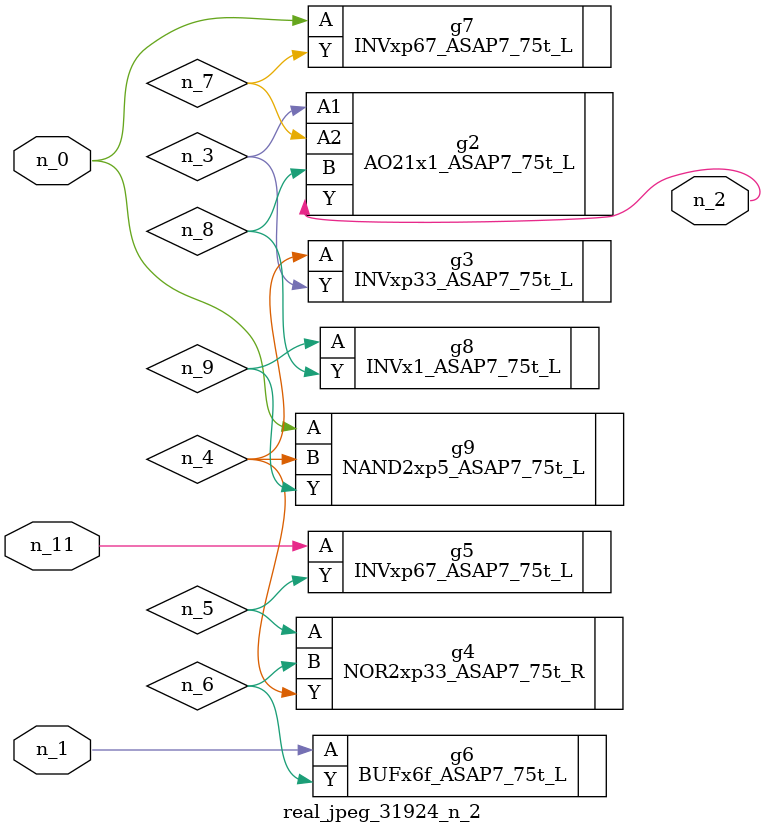
<source format=v>
module real_jpeg_31924_n_2 (n_1, n_11, n_0, n_2);

input n_1;
input n_11;
input n_0;

output n_2;

wire n_5;
wire n_4;
wire n_8;
wire n_6;
wire n_7;
wire n_3;
wire n_9;

INVxp67_ASAP7_75t_L g7 ( 
.A(n_0),
.Y(n_7)
);

NAND2xp5_ASAP7_75t_L g9 ( 
.A(n_0),
.B(n_4),
.Y(n_9)
);

BUFx6f_ASAP7_75t_L g6 ( 
.A(n_1),
.Y(n_6)
);

AO21x1_ASAP7_75t_L g2 ( 
.A1(n_3),
.A2(n_7),
.B(n_8),
.Y(n_2)
);

INVxp33_ASAP7_75t_L g3 ( 
.A(n_4),
.Y(n_3)
);

NOR2xp33_ASAP7_75t_R g4 ( 
.A(n_5),
.B(n_6),
.Y(n_4)
);

INVx1_ASAP7_75t_L g8 ( 
.A(n_9),
.Y(n_8)
);

INVxp67_ASAP7_75t_L g5 ( 
.A(n_11),
.Y(n_5)
);


endmodule
</source>
